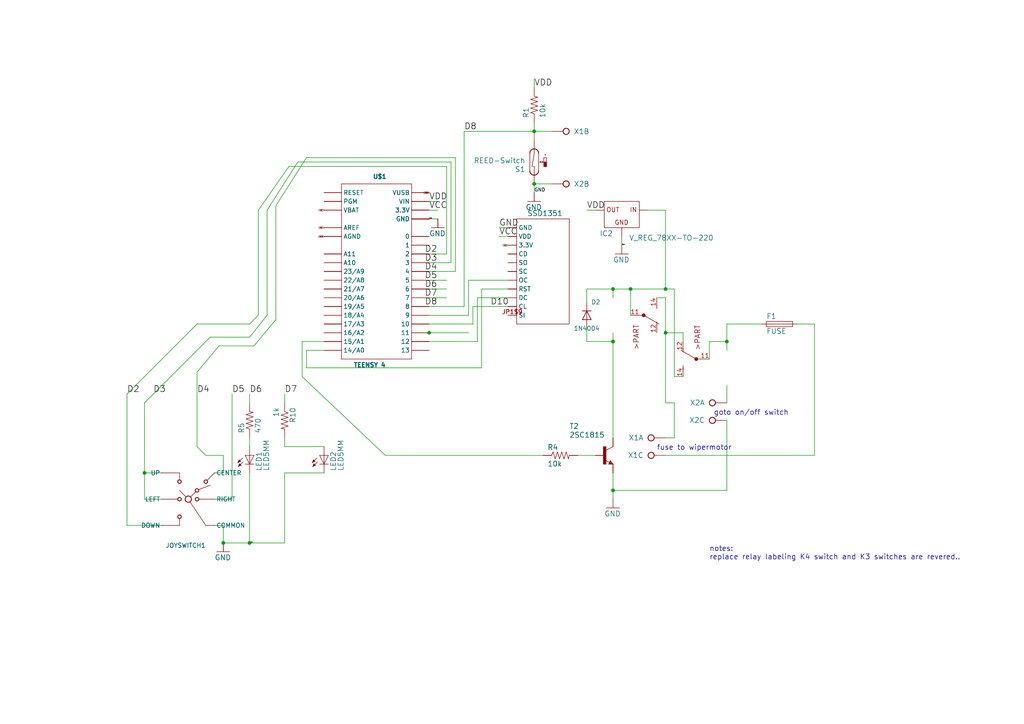
<source format=kicad_sch>
(kicad_sch (version 20200714) (host eeschema "5.99.0-unknown-bcb29b6~89~ubuntu20.04.1")
  (page 1 1)
  (paper "A4")
  (title_block (date "2020-07-20") (rev "v2.0-1"))
  (lib_symbols
    (symbol "Diode:1N4004" (pin_numbers hide) (pin_names hide)
      (property "Reference" "D" (at 0 2.54 0))
      (property "Value" "1N4004" (at 0 -2.54 0))
      (symbol "1N4004_0_1"
        (polyline (pts (xy -1.27 1.27) (xy -1.27 -1.27)) (stroke (width 0.2032)))
        (polyline (pts (xy 1.27 0) (xy -1.27 0)))
        (polyline (pts (xy 1.27 1.27) (xy 1.27 -1.27) (xy -1.27 0) (xy 1.27 1.27)) (stroke (width 0.2032)))
      )
      (symbol "1N4004_1_1"
        (pin passive line (at -3.81 0 0) (length 2.54) (name "K") (number "1"))
        (pin passive line (at 3.81 0 180) (length 2.54) (name "A") (number "2"))
      )
    )
    (symbol "import-from-eagle-rescue:2SC1815-bGeigieNanoKit_V1.1r5a-eagle-import"
      (property "Reference" "T" (at -10.16 7.62 0))
      (property "Value" "2SC1815-bGeigieNanoKit_V1.1r5a-eagle-import" (at -10.16 5.08 0))
      (symbol "2SC1815-bGeigieNanoKit_V1.1r5a-eagle-import_1_0"
        (rectangle (start -0.254 -2.54) (end 0.508 2.54) (fill (type outline)))
        (polyline (pts (xy 1.27 -2.54) (xy 1.778 -1.524)))
        (polyline (pts (xy 1.524 -2.413) (xy 2.286 -2.413)))
        (polyline (pts (xy 1.524 -2.286) (xy 1.905 -2.286)))
        (polyline (pts (xy 1.524 -2.032) (xy 0.3048 -1.4224)))
        (polyline (pts (xy 1.778 -1.778) (xy 1.524 -2.286)))
        (polyline (pts (xy 1.778 -1.524) (xy 2.54 -2.54)))
        (polyline (pts (xy 1.905 -2.286) (xy 1.778 -2.032)))
        (polyline (pts (xy 2.286 -2.413) (xy 1.778 -1.778)))
        (polyline (pts (xy 2.54 -2.54) (xy 1.27 -2.54)))
        (polyline (pts (xy 2.54 2.54) (xy 0.508 1.524)))
        (pin passive line (at -2.54 0 0) (length 2.54) (name "B") (number "B"))
        (pin passive line (at 2.54 5.08 270) (length 2.54) (name "C") (number "C"))
        (pin passive line (at 2.54 -5.08 90) (length 2.54) (name "E") (number "E"))
      )
    )
    (symbol "import-from-eagle-rescue:FUSEBLANK_5X20MM-bGeigieNanoKit_V1.1r5a-eagle-import"
      (property "Reference" "F" (at -3.81 1.397 0))
      (property "Value" "FUSEBLANK_5X20MM-bGeigieNanoKit_V1.1r5a-eagle-import" (at -3.81 -2.921 0))
      (symbol "FUSEBLANK_5X20MM-bGeigieNanoKit_V1.1r5a-eagle-import_1_0"
        (polyline (pts (xy -3.81 -0.762) (xy 3.81 -0.762)))
        (polyline (pts (xy -3.81 0.762) (xy -3.81 -0.762)))
        (polyline (pts (xy -2.54 0) (xy 2.54 0)))
        (polyline (pts (xy 3.81 -0.762) (xy 3.81 0.762)))
        (polyline (pts (xy 3.81 0.762) (xy -3.81 0.762)))
        (pin passive line (at -5.08 0 0) (length 2.54) (name "1") (number "1"))
        (pin passive line (at 5.08 0 180) (length 2.54) (name "2") (number "2"))
      )
    )
    (symbol "import-from-eagle-rescue:GND-bGeigieNanoKit_V1.1r5a-eagle-import" (power)
      (property "Value" "GND-bGeigieNanoKit_V1.1r5a-eagle-import" (at -2.54 -2.54 0))
      (symbol "GND-bGeigieNanoKit_V1.1r5a-eagle-import_1_0"
        (polyline (pts (xy -1.905 0) (xy 1.905 0)))
        (pin power_in line (at 0 2.54 270) (length 2.54) (name "GND") (number "1"))
      )
    )
    (symbol "import-from-eagle-rescue:LED5MM-bGeigieNanoKit_V1.1r5a-eagle-import"
      (property "Reference" "LED" (at 3.556 -4.572 90))
      (property "Value" "LED5MM-bGeigieNanoKit_V1.1r5a-eagle-import" (at 5.715 -4.572 90))
      (symbol "LED5MM-bGeigieNanoKit_V1.1r5a-eagle-import_1_0"
        (polyline (pts (xy -2.032 -0.762) (xy -3.429 -2.159)))
        (polyline (pts (xy -1.905 -1.905) (xy -3.302 -3.302)))
        (polyline (pts (xy 0 -2.54) (xy -1.27 -2.54)))
        (polyline (pts (xy 0 -2.54) (xy -1.27 0)))
        (polyline (pts (xy 0 0) (xy -1.27 0)))
        (polyline (pts (xy 0 0) (xy 0 -2.54)))
        (polyline (pts (xy 1.27 -2.54) (xy 0 -2.54)))
        (polyline (pts (xy 1.27 0) (xy 0 -2.54)))
        (polyline (pts (xy 1.27 0) (xy 0 0)))
        (polyline (pts (xy -3.429 -2.159) (xy -3.048 -1.27) (xy -2.54 -1.778)) (fill (type outline)))
        (polyline (pts (xy -3.302 -3.302) (xy -2.921 -2.413) (xy -2.413 -2.921)) (fill (type outline)))
        (pin passive line (at 0 2.54 270) (length 2.54) (name "A") (number "A"))
        (pin passive line (at 0 -5.08 90) (length 2.54) (name "C") (number "K"))
      )
    )
    (symbol "import-from-eagle-rescue:REED-SWITCH-CT10-A2-bGeigieNanoKit_V1.1r5a-eagle-import"
      (property "Reference" "S" (at 2.54 2.54 0))
      (property "Value" "REED-SWITCH-CT10-A2-bGeigieNanoKit_V1.1r5a-eagle-import" (at 2.54 0 0))
      (symbol "REED-SWITCH-CT10-A2-bGeigieNanoKit_V1.1r5a-eagle-import_1_0"
        (arc (start -1.27 -1.27) (end 1.27 -1.27) (radius (at 0 -1.27) (length 1.27) (angles -179.9 -0.1)) (stroke (width 0.254)))
        (arc (start 1.27 3.81) (end -1.27 3.81) (radius (at 0 3.81) (length 1.27) (angles 0.1 179.9)) (stroke (width 0.254)))
        (text "N" (at -3.429 2.794 0) (effects (font (size 0.3302 0.3302)) (justify left bottom)))
        (text "S" (at -3.429 -0.635 0) (effects (font (size 0.3302 0.3302)) (justify left bottom)))
        (rectangle (start -3.556 1.27) (end -2.794 2.54) (fill (type outline)))
        (polyline (pts (xy -3.556 0) (xy -3.556 2.54)))
        (polyline (pts (xy -3.556 2.54) (xy -2.794 2.54)))
        (polyline (pts (xy -2.794 0) (xy -3.556 0)))
        (polyline (pts (xy -2.794 2.54) (xy -2.794 0)))
        (polyline (pts (xy -2.54 1.27) (xy -1.651 1.27)))
        (polyline (pts (xy -2.286 1.016) (xy -2.54 1.27)))
        (polyline (pts (xy -2.286 1.524) (xy -2.54 1.27)))
        (polyline (pts (xy -1.651 1.27) (xy -1.905 1.016)))
        (polyline (pts (xy -1.651 1.27) (xy -1.905 1.524)))
        (polyline (pts (xy -1.27 3.81) (xy -1.27 -1.27)))
        (polyline (pts (xy 0 -2.54) (xy 0 -1.27)))
        (polyline (pts (xy 0 -1.27) (xy 0.635 2.667)))
        (polyline (pts (xy 0 2.54) (xy 0 5.08)))
        (polyline (pts (xy 0.254 2.54) (xy 0 2.54)))
        (polyline (pts (xy 1.27 -1.27) (xy 1.27 3.81)))
        (pin passive line (at 0 7.62 270) (length 2.54) (name "1") (number "1"))
        (pin passive line (at 0 -5.08 90) (length 2.54) (name "2") (number "2"))
      )
    )
    (symbol "import-from-eagle-rescue:RESISTOREZ-bGeigieNanoKit_V1.1r5a-eagle-import"
      (property "Reference" "R" (at -3.81 1.4986 0))
      (property "Value" "RESISTOREZ-bGeigieNanoKit_V1.1r5a-eagle-import" (at -3.81 -3.302 0))
      (symbol "RESISTOREZ-bGeigieNanoKit_V1.1r5a-eagle-import_1_0"
        (polyline (pts (xy -2.54 0) (xy -2.159 1.016)))
        (polyline (pts (xy -2.159 1.016) (xy -1.524 -1.016)))
        (polyline (pts (xy -1.524 -1.016) (xy -0.889 1.016)))
        (polyline (pts (xy -0.889 1.016) (xy -0.254 -1.016)))
        (polyline (pts (xy -0.254 -1.016) (xy 0.381 1.016)))
        (polyline (pts (xy 0.381 1.016) (xy 1.016 -1.016)))
        (polyline (pts (xy 1.016 -1.016) (xy 1.651 1.016)))
        (polyline (pts (xy 1.651 1.016) (xy 2.286 -1.016)))
        (polyline (pts (xy 2.286 -1.016) (xy 2.54 0)))
        (pin passive line (at -5.08 0 0) (length 2.54) (name "1") (number "P$1"))
        (pin passive line (at 5.08 0 180) (length 2.54) (name "2") (number "P$2"))
      )
    )
    (symbol "import-from-eagle-rescue:SKQUAAA010-bGeigieNanoKit_V1.1r5a-eagle-import"
      (symbol "SKQUAAA010-bGeigieNanoKit_V1.1r5a-eagle-import_1_0"
        (circle (center -2.54 -5.08) (radius 0.508) (stroke (width 0.254)))
        (circle (center -2.54 0) (radius 0.508) (stroke (width 0.254)))
        (circle (center -2.54 5.08) (radius 0.508) (stroke (width 0.254)))
        (circle (center 0 0) (radius 0.9144) (stroke (width 0.254)))
        (circle (center 2.54 0) (radius 0.508) (stroke (width 0.254)))
        (circle (center 2.54 2.54) (radius 0.508) (stroke (width 0.254)))
        (circle (center 5.08 5.08) (radius 0.508) (stroke (width 0.254)))
        (polyline (pts (xy -7.62 -7.62) (xy -2.54 -7.62)))
        (polyline (pts (xy -7.62 0) (xy -3.048 0)))
        (polyline (pts (xy -7.62 7.62) (xy -2.54 7.62)))
        (polyline (pts (xy -2.54 -5.588) (xy -2.54 -7.62)))
        (polyline (pts (xy -2.54 7.62) (xy -2.54 5.588)))
        (polyline (pts (xy -0.762 0.762) (xy -2.54 2.54)))
        (polyline (pts (xy 0.508 -0.762) (xy 5.08 -7.62)))
        (polyline (pts (xy 2.032 2.032) (xy 0.762 0.762)))
        (polyline (pts (xy 3.048 2.794) (xy 6.35 4.064)))
        (polyline (pts (xy 5.588 5.588) (xy 7.62 7.62)))
        (polyline (pts (xy 7.62 -7.62) (xy 5.08 -7.62)))
        (polyline (pts (xy 7.62 0) (xy 3.048 0)))
        (pin passive line (at 7.62 7.62 0) (length 0) (name "CENTER") (number "CENTER"))
        (pin power_in line (at 7.62 -7.62 0) (length 0) (name "COMMON") (number "COMMON"))
        (pin passive line (at -7.62 -7.62 180) (length 0) (name "DOWN") (number "DOWN"))
        (pin passive line (at -7.62 0 180) (length 0) (name "LEFT") (number "LEFT"))
        (pin passive line (at 7.62 0 0) (length 0) (name "RIGHT") (number "RIGHT"))
        (pin passive line (at -7.62 7.62 180) (length 0) (name "UP") (number "UP"))
      )
    )
    (symbol "import-from-eagle-rescue:SNR?0-bGeigieNanoKit_V1.1r5a-eagle-import"
      (symbol "SNR?0-bGeigieNanoKit_V1.1r5a-eagle-import_2_0"
        (circle (center 0 1.27) (radius 0.127) (stroke (width 0.4064)))
        (text ">PART" (at 2.54 0 0) (effects (font (size 1.4986 1.4986)) (justify left bottom)))
        (polyline (pts (xy -3.175 5.08) (xy -1.905 5.08)))
        (polyline (pts (xy 0 1.27) (xy 0 0)))
        (polyline (pts (xy 0 1.27) (xy 2.54 5.715)))
        (polyline (pts (xy 3.175 5.08) (xy 1.905 5.08)))
        (pin passive line (at 0 -2.54 90) (length 2.54) (name "P") (number "11"))
        (pin passive line (at 5.08 5.08 180) (length 2.54) (name "O") (number "12"))
        (pin passive line (at -5.08 5.08 0) (length 2.54) (name "S") (number "14"))
      )
      (symbol "SNR?0-bGeigieNanoKit_V1.1r5a-eagle-import_1_0"
        (text ">PART" (at 1.27 5.08 0) (effects (font (size 1.4986 1.4986)) (justify left bottom)))
        (polyline (pts (xy -3.81 -1.905) (xy -1.905 -1.905)))
        (polyline (pts (xy -3.81 1.905) (xy -3.81 -1.905)))
        (polyline (pts (xy -1.905 -1.905) (xy 0 -1.905)))
        (polyline (pts (xy -1.905 -1.905) (xy 1.905 1.905)))
        (polyline (pts (xy 0 -2.54) (xy 0 -1.905)))
        (polyline (pts (xy 0 -1.905) (xy 3.81 -1.905)))
        (polyline (pts (xy 0 1.905) (xy -3.81 1.905)))
        (polyline (pts (xy 0 2.54) (xy 0 1.905)))
        (polyline (pts (xy 1.905 1.905) (xy 0 1.905)))
        (polyline (pts (xy 3.81 -1.905) (xy 3.81 1.905)))
        (polyline (pts (xy 3.81 1.905) (xy 1.905 1.905)))
        (pin passive line (at 0 5.08 270) (length 2.54) (name "1") (number "A1"))
        (pin passive line (at 0 -5.08 90) (length 2.54) (name "2") (number "A2"))
      )
    )
    (symbol "import-from-eagle-rescue:SSD1351_128X128_LCD-bGeigieNanoKit_V1.1r5a-eagle-import"
      (property "Value" "SSD1351_128X128_LCD-bGeigieNanoKit_V1.1r5a-eagle-import" (at -9.906 -12.7 0))
      (symbol "SSD1351_128X128_LCD-bGeigieNanoKit_V1.1r5a-eagle-import_1_0"
        (polyline (pts (xy -12.7 -10.16) (xy -12.7 20.32)))
        (polyline (pts (xy -12.7 20.32) (xy 2.54 20.32)))
        (polyline (pts (xy 2.54 -10.16) (xy -12.7 -10.16)))
        (polyline (pts (xy 2.54 20.32) (xy 2.54 -10.16)))
        (pin unspecified line (at -15.24 0 0) (length 2.54) (name "RST") (number "JP1$1"))
        (pin unspecified line (at -15.24 -5.08 0) (length 2.54) (name "CL") (number "JP1$10"))
        (pin unspecified line (at -15.24 -2.54 0) (length 2.54) (name "DC") (number "JP1$11"))
        (pin unspecified line (at -15.24 2.54 0) (length 2.54) (name "OC") (number "JP1$2"))
        (pin input line (at -15.24 5.08 0) (length 2.54) (name "SC") (number "JP1$3"))
        (pin input line (at -15.24 7.62 0) (length 2.54) (name "SO") (number "JP1$4"))
        (pin input line (at -15.24 10.16 0) (length 2.54) (name "CD") (number "JP1$5"))
        (pin power_in line (at -15.24 12.7 0) (length 2.54) (name "3.3V") (number "JP1$6"))
        (pin power_in line (at -15.24 15.24 0) (length 2.54) (name "VDD") (number "JP1$7"))
        (pin power_in line (at -15.24 17.78 0) (length 2.54) (name "GND") (number "JP1$8"))
        (pin unspecified line (at -15.24 -7.62 0) (length 2.54) (name "SI") (number "JP1$9"))
      )
    )
    (symbol "import-from-eagle-rescue:TEENSY_3.0+4-bGeigieNanoKit_V1.1r5a-eagle-import"
      (property "Value" "TEENSY_3.0+4-bGeigieNanoKit_V1.1r5a-eagle-import" (at -2.794 -27.94 0))
      (symbol "TEENSY_3.0+4-bGeigieNanoKit_V1.1r5a-eagle-import_1_0"
        (polyline (pts (xy -10.16 -25.4) (xy 10.16 -25.4)))
        (polyline (pts (xy -10.16 25.4) (xy -10.16 -25.4)))
        (polyline (pts (xy 10.16 -25.4) (xy 10.16 25.4)))
        (polyline (pts (xy 10.16 25.4) (xy -10.16 25.4)))
        (pin unspecified line (at -15.24 10.16 0) (length 5.08) (name "0") (number "0"))
        (pin unspecified line (at -15.24 7.62 0) (length 5.08) (name "1") (number "1"))
        (pin unspecified line (at -15.24 -15.24 0) (length 5.08) (name "10") (number "10"))
        (pin unspecified line (at -15.24 -17.78 0) (length 5.08) (name "11") (number "11"))
        (pin unspecified line (at -15.24 -20.32 0) (length 5.08) (name "12") (number "12"))
        (pin unspecified line (at -15.24 -22.86 0) (length 5.08) (name "13") (number "13"))
        (pin unspecified line (at 15.24 -22.86 180) (length 5.08) (name "14/A0") (number "14/A0"))
        (pin unspecified line (at 15.24 -20.32 180) (length 5.08) (name "15/A1") (number "15/A1"))
        (pin unspecified line (at 15.24 -17.78 180) (length 5.08) (name "16/A2") (number "16/A2"))
        (pin unspecified line (at 15.24 -15.24 180) (length 5.08) (name "17/A3") (number "17/A3"))
        (pin unspecified line (at 15.24 -12.7 180) (length 5.08) (name "18/A4") (number "18/A4"))
        (pin unspecified line (at 15.24 -10.16 180) (length 5.08) (name "19/A5") (number "19/A5"))
        (pin unspecified line (at -15.24 5.08 0) (length 5.08) (name "2") (number "2"))
        (pin unspecified line (at 15.24 -7.62 180) (length 5.08) (name "20/A6") (number "20/A6"))
        (pin unspecified line (at 15.24 -5.08 180) (length 5.08) (name "21/A7") (number "21/A7"))
        (pin unspecified line (at 15.24 -2.54 180) (length 5.08) (name "22/A8") (number "22/A8"))
        (pin unspecified line (at 15.24 0 180) (length 5.08) (name "23/A9") (number "23/A9"))
        (pin unspecified line (at -15.24 2.54 0) (length 5.08) (name "3") (number "3"))
        (pin power_in line (at -15.24 17.78 0) (length 5.08) (name "3.3V") (number "3.3V"))
        (pin power_in line (at -15.24 17.78 0) (length 5.08) (name "3.3V") (number "3.3V1"))
        (pin unspecified line (at -15.24 0 0) (length 5.08) (name "4") (number "4"))
        (pin unspecified line (at -15.24 -2.54 0) (length 5.08) (name "5") (number "5"))
        (pin unspecified line (at -15.24 -5.08 0) (length 5.08) (name "6") (number "6"))
        (pin unspecified line (at -15.24 -7.62 0) (length 5.08) (name "7") (number "7"))
        (pin unspecified line (at -15.24 -10.16 0) (length 5.08) (name "8") (number "8"))
        (pin unspecified line (at -15.24 -12.7 0) (length 5.08) (name "9") (number "9"))
        (pin unspecified line (at 15.24 2.54 180) (length 5.08) (name "A10") (number "A10"))
        (pin unspecified line (at 15.24 5.08 180) (length 5.08) (name "A11") (number "A11"))
        (pin power_in line (at 15.24 10.16 180) (length 5.08) (name "AGND") (number "AGND"))
        (pin power_in line (at 15.24 12.7 180) (length 5.08) (name "AREF") (number "AREF"))
        (pin power_in line (at -15.24 15.24 0) (length 5.08) (name "GND") (number "GND"))
        (pin power_in line (at -15.24 15.24 0) (length 5.08) (name "GND") (number "GND1"))
        (pin unspecified line (at 15.24 20.32 180) (length 5.08) (name "PGM") (number "PGM"))
        (pin unspecified line (at 15.24 22.86 180) (length 5.08) (name "RESET") (number "RESET"))
        (pin power_in line (at 15.24 17.78 180) (length 5.08) (name "VBAT") (number "VBAT"))
        (pin power_in line (at -15.24 20.32 0) (length 5.08) (name "VIN") (number "VIN"))
        (pin power_in line (at -15.24 22.86 0) (length 5.08) (name "VUSB") (number "VUSB"))
      )
    )
    (symbol "import-from-eagle-rescue:V_REG_78XX-TO-220-bGeigieNanoKit_V1.1r5a-eagle-import"
      (property "Reference" "IC" (at 2.54 -7.62 0))
      (property "Value" "V_REG_78XX-TO-220-bGeigieNanoKit_V1.1r5a-eagle-import" (at 2.54 -10.16 0))
      (symbol "V_REG_78XX-TO-220-bGeigieNanoKit_V1.1r5a-eagle-import_1_0"
        (text "GND" (at -2.032 -4.318 0) (effects (font (size 1.2954 1.2954)) (justify left bottom)))
        (text "IN" (at -4.445 -0.635 0) (effects (font (size 1.2954 1.2954)) (justify left bottom)))
        (text "OUT" (at 0.635 -0.635 0) (effects (font (size 1.2954 1.2954)) (justify left bottom)))
        (polyline (pts (xy -5.08 -5.08) (xy 5.08 -5.08)))
        (polyline (pts (xy -5.08 2.54) (xy -5.08 -5.08)))
        (polyline (pts (xy 5.08 -5.08) (xy 5.08 2.54)))
        (polyline (pts (xy 5.08 2.54) (xy -5.08 2.54)))
        (pin input line (at 0 -7.62 90) (length 2.54) (name "GND") (number "GND"))
        (pin input line (at -7.62 0 0) (length 2.54) (name "IN") (number "IN"))
        (pin output line (at 7.62 0 180) (length 2.54) (name "OUT") (number "OUT"))
      )
    )
    (symbol "import-from-eagle-rescue:W237-3E-bGeigieNanoKit_V1.1r5a-eagle-import"
      (property "Reference" "X" (at -1.27 0.889 0))
      (property "Value" "W237-3E-bGeigieNanoKit_V1.1r5a-eagle-import" (at 0 2.54 0))
      (symbol "W237-3E-bGeigieNanoKit_V1.1r5a-eagle-import_1_0"
        (circle (center 0.889 0) (radius 0.889) (stroke (width 0.254)))
        (polyline (pts (xy 1.778 0) (xy 2.54 0)))
        (pin passive line (at 5.08 0 180) (length 2.54) (name "KL") (number "1"))
      )
      (symbol "W237-3E-bGeigieNanoKit_V1.1r5a-eagle-import_2_0"
        (circle (center 0.889 0) (radius 0.889) (stroke (width 0.254)))
        (polyline (pts (xy 1.778 0) (xy 2.54 0)))
        (pin passive line (at 5.08 0 180) (length 2.54) (name "KL") (number "2"))
      )
      (symbol "W237-3E-bGeigieNanoKit_V1.1r5a-eagle-import_3_0"
        (circle (center 0.889 0) (radius 0.889) (stroke (width 0.254)))
        (polyline (pts (xy 1.778 0) (xy 2.54 0)))
        (pin passive line (at 5.08 0 180) (length 2.54) (name "KL") (number "3"))
      )
    )
  )
  (junction (at 41.91 137.16))
  (junction (at 64.77 157.48))
  (junction (at 72.39 157.48))
  (junction (at 124.46 96.52))
  (junction (at 154.94 38.1))
  (junction (at 154.94 53.34))
  (junction (at 177.8 83.82))
  (junction (at 177.8 99.06))
  (junction (at 177.8 142.24))
  (junction (at 182.88 83.82))
  (junction (at 193.04 83.82))
  (junction (at 193.04 96.52))
  (junction (at 210.82 99.06))
  (wire (pts (xy 36.83 114.3) (xy 36.83 152.4)))
  (wire (pts (xy 36.83 152.4) (xy 46.99 152.4)))
  (wire (pts (xy 41.91 116.84) (xy 41.91 137.16)))
  (wire (pts (xy 41.91 116.84) (xy 60.96 97.79)))
  (wire (pts (xy 41.91 137.16) (xy 41.91 144.78)))
  (wire (pts (xy 41.91 137.16) (xy 46.99 137.16)))
  (wire (pts (xy 41.91 144.78) (xy 46.99 144.78)))
  (wire (pts (xy 57.15 93.98) (xy 36.83 114.3)))
  (wire (pts (xy 57.15 107.95) (xy 57.15 129.54)))
  (wire (pts (xy 57.15 129.54) (xy 59.69 132.08)))
  (wire (pts (xy 59.69 132.08) (xy 64.77 132.08)))
  (wire (pts (xy 62.23 137.16) (xy 64.77 137.16)))
  (wire (pts (xy 62.23 144.78) (xy 67.31 144.78)))
  (wire (pts (xy 62.23 152.4) (xy 64.77 152.4)))
  (wire (pts (xy 63.5 100.33) (xy 57.15 107.95)))
  (wire (pts (xy 64.77 132.08) (xy 64.77 137.16)))
  (wire (pts (xy 64.77 152.4) (xy 64.77 157.48)))
  (wire (pts (xy 67.31 114.3) (xy 67.31 144.78)))
  (wire (pts (xy 72.39 93.98) (xy 57.15 93.98)))
  (wire (pts (xy 72.39 97.79) (xy 60.96 97.79)))
  (wire (pts (xy 72.39 114.3) (xy 72.39 116.84)))
  (wire (pts (xy 72.39 127) (xy 72.39 129.54)))
  (wire (pts (xy 72.39 157.48) (xy 64.77 157.48)))
  (wire (pts (xy 72.39 157.48) (xy 72.39 137.16)))
  (wire (pts (xy 72.39 157.48) (xy 82.55 157.48)))
  (wire (pts (xy 73.66 100.33) (xy 63.5 100.33)))
  (wire (pts (xy 73.66 100.33) (xy 80.01 92.71)))
  (wire (pts (xy 74.93 60.96) (xy 74.93 91.44)))
  (wire (pts (xy 74.93 91.44) (xy 72.39 93.98)))
  (wire (pts (xy 77.47 60.96) (xy 86.36 46.99)))
  (wire (pts (xy 77.47 91.44) (xy 72.39 97.79)))
  (wire (pts (xy 77.47 91.44) (xy 77.47 60.96)))
  (wire (pts (xy 80.01 59.69) (xy 88.9 45.72)))
  (wire (pts (xy 80.01 92.71) (xy 80.01 59.69)))
  (wire (pts (xy 82.55 116.84) (xy 82.55 114.3)))
  (wire (pts (xy 82.55 129.54) (xy 82.55 127)))
  (wire (pts (xy 82.55 129.54) (xy 93.98 129.54)))
  (wire (pts (xy 82.55 137.16) (xy 93.98 137.16)))
  (wire (pts (xy 82.55 157.48) (xy 82.55 137.16)))
  (wire (pts (xy 83.82 48.26) (xy 74.93 60.96)))
  (wire (pts (xy 86.36 46.99) (xy 130.81 46.99)))
  (wire (pts (xy 87.63 99.06) (xy 87.63 109.22)))
  (wire (pts (xy 87.63 109.22) (xy 111.76 132.08)))
  (wire (pts (xy 88.9 45.72) (xy 132.08 45.72)))
  (wire (pts (xy 88.9 106.68) (xy 88.9 101.6)))
  (wire (pts (xy 93.98 99.06) (xy 87.63 99.06)))
  (wire (pts (xy 93.98 101.6) (xy 88.9 101.6)))
  (wire (pts (xy 111.76 132.08) (xy 157.48 132.08)))
  (wire (pts (xy 120.65 96.52) (xy 124.46 96.52)))
  (wire (pts (xy 124.46 58.42) (xy 127 58.42)))
  (wire (pts (xy 124.46 60.96) (xy 127 60.96)))
  (wire (pts (xy 124.46 63.5) (xy 127 63.5)))
  (wire (pts (xy 124.46 73.66) (xy 129.54 73.66)))
  (wire (pts (xy 124.46 76.2) (xy 130.81 76.2)))
  (wire (pts (xy 124.46 78.74) (xy 132.08 78.74)))
  (wire (pts (xy 124.46 88.9) (xy 134.62 88.9)))
  (wire (pts (xy 124.46 99.06) (xy 138.43 99.06)))
  (wire (pts (xy 129.54 48.26) (xy 83.82 48.26)))
  (wire (pts (xy 129.54 73.66) (xy 129.54 48.26)))
  (wire (pts (xy 129.54 81.28) (xy 124.46 81.28)))
  (wire (pts (xy 129.54 83.82) (xy 124.46 83.82)))
  (wire (pts (xy 129.54 86.36) (xy 124.46 86.36)))
  (wire (pts (xy 130.81 76.2) (xy 130.81 46.99)))
  (wire (pts (xy 132.08 78.74) (xy 132.08 45.72)))
  (wire (pts (xy 134.62 38.1) (xy 154.94 38.1)))
  (wire (pts (xy 134.62 88.9) (xy 134.62 38.1)))
  (wire (pts (xy 135.89 81.28) (xy 135.89 91.44)))
  (wire (pts (xy 135.89 81.28) (xy 147.32 81.28)))
  (wire (pts (xy 135.89 91.44) (xy 124.46 91.44)))
  (wire (pts (xy 135.89 96.52) (xy 124.46 96.52)))
  (wire (pts (xy 137.16 88.9) (xy 137.16 93.98)))
  (wire (pts (xy 137.16 88.9) (xy 147.32 88.9)))
  (wire (pts (xy 137.16 93.98) (xy 124.46 93.98)))
  (wire (pts (xy 138.43 86.36) (xy 138.43 99.06)))
  (wire (pts (xy 138.43 86.36) (xy 147.32 86.36)))
  (wire (pts (xy 139.7 83.82) (xy 139.7 106.68)))
  (wire (pts (xy 139.7 83.82) (xy 147.32 83.82)))
  (wire (pts (xy 139.7 106.68) (xy 88.9 106.68)))
  (wire (pts (xy 144.78 66.04) (xy 147.32 66.04)))
  (wire (pts (xy 144.78 68.58) (xy 147.32 68.58)))
  (wire (pts (xy 154.94 25.4) (xy 154.94 22.86)))
  (wire (pts (xy 154.94 35.56) (xy 154.94 38.1)))
  (wire (pts (xy 154.94 38.1) (xy 154.94 40.64)))
  (wire (pts (xy 154.94 55.88) (xy 154.94 53.34)))
  (wire (pts (xy 160.02 38.1) (xy 154.94 38.1)))
  (wire (pts (xy 160.02 53.34) (xy 154.94 53.34)))
  (wire (pts (xy 167.64 132.08) (xy 172.72 132.08)))
  (wire (pts (xy 170.18 83.82) (xy 177.8 83.82)))
  (wire (pts (xy 170.18 87.63) (xy 170.18 83.82)))
  (wire (pts (xy 170.18 95.25) (xy 170.18 99.06)))
  (wire (pts (xy 170.18 99.06) (xy 177.8 99.06)))
  (wire (pts (xy 172.72 60.96) (xy 170.18 60.96)))
  (wire (pts (xy 177.8 83.82) (xy 182.88 83.82)))
  (wire (pts (xy 177.8 86.36) (xy 177.8 83.82)))
  (wire (pts (xy 177.8 96.52) (xy 177.8 99.06)))
  (wire (pts (xy 177.8 99.06) (xy 177.8 127)))
  (wire (pts (xy 177.8 142.24) (xy 177.8 137.16)))
  (wire (pts (xy 177.8 142.24) (xy 177.8 144.78)))
  (wire (pts (xy 177.8 142.24) (xy 210.82 142.24)))
  (wire (pts (xy 180.34 71.12) (xy 180.34 68.58)))
  (wire (pts (xy 182.88 83.82) (xy 182.88 91.44)))
  (wire (pts (xy 182.88 83.82) (xy 193.04 83.82)))
  (wire (pts (xy 190.5 86.36) (xy 193.04 86.36)))
  (wire (pts (xy 193.04 60.96) (xy 187.96 60.96)))
  (wire (pts (xy 193.04 60.96) (xy 193.04 83.82)))
  (wire (pts (xy 193.04 83.82) (xy 195.58 83.82)))
  (wire (pts (xy 193.04 86.36) (xy 193.04 96.52)))
  (wire (pts (xy 193.04 96.52) (xy 193.04 116.84)))
  (wire (pts (xy 193.04 116.84) (xy 195.58 116.84)))
  (wire (pts (xy 193.04 127) (xy 195.58 127)))
  (wire (pts (xy 193.04 132.08) (xy 236.22 132.08)))
  (wire (pts (xy 195.58 109.22) (xy 195.58 83.82)))
  (wire (pts (xy 195.58 116.84) (xy 195.58 127)))
  (wire (pts (xy 198.12 96.52) (xy 193.04 96.52)))
  (wire (pts (xy 198.12 99.06) (xy 198.12 96.52)))
  (wire (pts (xy 198.12 109.22) (xy 195.58 109.22)))
  (wire (pts (xy 205.74 99.06) (xy 210.82 99.06)))
  (wire (pts (xy 205.74 104.14) (xy 205.74 99.06)))
  (wire (pts (xy 210.82 93.98) (xy 210.82 99.06)))
  (wire (pts (xy 210.82 99.06) (xy 210.82 101.6)))
  (wire (pts (xy 210.82 116.84) (xy 210.82 111.76)))
  (wire (pts (xy 210.82 142.24) (xy 210.82 121.92)))
  (wire (pts (xy 220.98 93.98) (xy 210.82 93.98)))
  (wire (pts (xy 236.22 93.98) (xy 231.14 93.98)))
  (wire (pts (xy 236.22 132.08) (xy 236.22 93.98)))
  (text "fuse to wipermotor" (at 190.5 130.81 0) (effects (font (size 1.4986 1.4986)) (justify left bottom)))
  (text "notes:\nreplace relay labeling K4 switch and K3 switches are revered.." (at 205.74 162.56 0) (effects (font (size 1.4986 1.4986)) (justify left bottom)))
  (text "goto on/off switch" (at 207.01 120.65 0) (effects (font (size 1.4986 1.4986)) (justify left bottom)))
  (label "D2" (at 36.83 114.3 0) (effects (font (size 1.778 1.778))))
  (label "D3" (at 44.45 114.3 0) (effects (font (size 1.778 1.778))))
  (label "D4" (at 57.15 114.3 0) (effects (font (size 1.778 1.778))))
  (label "D5" (at 67.31 114.3 0) (effects (font (size 1.778 1.778))))
  (label "D6" (at 72.39 114.3 0) (effects (font (size 1.778 1.778))))
  (label "GND" (at 72.39 157.48 0) (effects (font (size 0.254 0.254))))
  (label "D7" (at 82.55 114.3 0) (effects (font (size 1.778 1.778))))
  (label "D2" (at 123.19 73.66 0) (effects (font (size 1.778 1.778))))
  (label "D3" (at 123.19 76.2 0) (effects (font (size 1.778 1.778))))
  (label "D4" (at 123.19 78.74 0) (effects (font (size 1.778 1.778))))
  (label "D5" (at 123.19 81.28 0) (effects (font (size 1.778 1.778))))
  (label "D6" (at 123.19 83.82 0) (effects (font (size 1.778 1.778))))
  (label "D7" (at 123.19 86.36 0) (effects (font (size 1.778 1.778))))
  (label "D8" (at 123.19 88.9 0) (effects (font (size 1.778 1.778))))
  (label "VDD" (at 124.46 58.42 0) (effects (font (size 1.778 1.778))))
  (label "VCC" (at 124.46 60.96 0) (effects (font (size 1.778 1.778))))
  (label "GND" (at 124.46 63.5 0) (effects (font (size 0.254 0.254))))
  (label "D8" (at 134.62 38.1 0) (effects (font (size 1.778 1.778))))
  (label "D10" (at 142.24 88.9 0) (effects (font (size 1.778 1.778))))
  (label "GND" (at 144.78 66.04 0) (effects (font (size 1.778 1.778))))
  (label "VCC" (at 144.78 68.58 0) (effects (font (size 1.778 1.778))))
  (label "VDD" (at 154.94 25.4 0) (effects (font (size 1.778 1.778))))
  (label "GND" (at 154.94 55.88 0) (effects (font (size 1 1))))
  (label "VDD" (at 170.18 60.96 0) (effects (font (size 1.778 1.778))))
  (label "GND" (at 180.34 71.12 0) (effects (font (size 0.254 0.254))))
  (global_label "VBAT" (shape bidirectional) (at 93.98 60.96 180) (effects (font (size 0.254 0.254))))
  (global_label "AREF" (shape bidirectional) (at 93.98 66.04 180) (effects (font (size 0.254 0.254))))
  (global_label "AGND" (shape bidirectional) (at 93.98 68.58 180) (effects (font (size 0.254 0.254))))
  (global_label "VUSB" (shape bidirectional) (at 124.46 55.88 180) (effects (font (size 0.254 0.254))))
  (global_label "3.3V" (shape bidirectional) (at 147.32 71.12 180) (effects (font (size 0.254 0.254))))
  (symbol (lib_id "import-from-eagle-rescue:W237-3E-bGeigieNanoKit_V1.1r5a-eagle-import") (at 165.1 38.1 180) (unit 2)
    (property "Reference" "X1" (at 166.37 38.989 0) (effects (font (size 1.4986 1.4986)) (justify right top)))
    (property "Value" "W237-3E" (effects hide))
    (property "Footprint" "W237-3E" (effects hide))
  )
  (symbol (lib_id "import-from-eagle-rescue:W237-3E-bGeigieNanoKit_V1.1r5a-eagle-import") (at 165.1 53.34 180) (unit 2)
    (property "Reference" "X2" (at 166.37 54.229 0) (effects (font (size 1.4986 1.4986)) (justify right top)))
    (property "Value" "W237-3E" (effects hide))
    (property "Footprint" "W237-3E" (effects hide))
  )
  (symbol (lib_id "import-from-eagle-rescue:W237-3E-bGeigieNanoKit_V1.1r5a-eagle-import") (at 187.96 127 0) (unit 1)
    (property "Reference" "X1" (at 186.69 126.111 0) (effects (font (size 1.4986 1.4986)) (justify right top)))
    (property "Value" "W237-3E" (effects hide))
    (property "Footprint" "W237-3E" (effects hide))
  )
  (symbol (lib_id "import-from-eagle-rescue:W237-3E-bGeigieNanoKit_V1.1r5a-eagle-import") (at 187.96 132.08 0) (unit 3)
    (property "Reference" "X1" (at 186.69 131.191 0) (effects (font (size 1.4986 1.4986)) (justify right top)))
    (property "Value" "W237-3E" (effects hide))
    (property "Footprint" "W237-3E" (effects hide))
  )
  (symbol (lib_id "import-from-eagle-rescue:W237-3E-bGeigieNanoKit_V1.1r5a-eagle-import") (at 205.74 116.84 0) (unit 1)
    (property "Reference" "X2" (at 204.47 115.951 0) (effects (font (size 1.4986 1.4986)) (justify right top)))
    (property "Value" "W237-3E" (effects hide))
    (property "Footprint" "W237-3E" (effects hide))
  )
  (symbol (lib_id "import-from-eagle-rescue:W237-3E-bGeigieNanoKit_V1.1r5a-eagle-import") (at 205.74 121.92 0) (unit 3)
    (property "Reference" "X2" (at 204.47 121.031 0) (effects (font (size 1.4986 1.4986)) (justify right top)))
    (property "Value" "W237-3E" (effects hide))
    (property "Footprint" "W237-3E" (effects hide))
  )
  (symbol (lib_id "import-from-eagle-rescue:GND-bGeigieNanoKit_V1.1r5a-eagle-import") (at 64.77 160.02 0) (unit 1)
    (property "Reference" "#GND011" (effects hide))
    (property "Value" "GND" (at 62.23 162.56 0) (effects (font (size 1.4986 1.4986)) (justify left bottom)))
  )
  (symbol (lib_id "import-from-eagle-rescue:GND-bGeigieNanoKit_V1.1r5a-eagle-import") (at 127 66.04 0) (unit 1)
    (property "Reference" "#SUPPLY05" (effects hide))
    (property "Value" "GND" (at 124.46 68.58 0) (effects (font (size 1.4986 1.4986)) (justify left bottom)))
  )
  (symbol (lib_id "import-from-eagle-rescue:GND-bGeigieNanoKit_V1.1r5a-eagle-import") (at 154.94 58.42 0) (unit 1)
    (property "Reference" "#GND03" (effects hide))
    (property "Value" "GND" (at 152.4 60.96 0) (effects (font (size 1.4986 1.4986)) (justify left bottom)))
  )
  (symbol (lib_id "import-from-eagle-rescue:GND-bGeigieNanoKit_V1.1r5a-eagle-import") (at 177.8 147.32 0) (unit 1)
    (property "Reference" "#GND01" (effects hide))
    (property "Value" "GND" (at 175.26 149.86 0) (effects (font (size 1.4986 1.4986)) (justify left bottom)))
  )
  (symbol (lib_id "import-from-eagle-rescue:GND-bGeigieNanoKit_V1.1r5a-eagle-import") (at 180.34 73.66 0) (unit 1)
    (property "Reference" "#GND02" (effects hide))
    (property "Value" "GND" (at 177.8 76.2 0) (effects (font (size 1.4986 1.4986)) (justify left bottom)))
  )
  (symbol (lib_id "import-from-eagle-rescue:FUSEBLANK_5X20MM-bGeigieNanoKit_V1.1r5a-eagle-import") (at 226.06 93.98 0) (unit 1)
    (property "Reference" "F1" (at 222.25 92.583 0) (effects (font (size 1.4986 1.4986)) (justify left bottom)))
    (property "Value" "FUSE" (at 222.25 96.901 0) (effects (font (size 1.4986 1.4986)) (justify left bottom)))
    (property "Footprint" "FUSE_HOLDER_5X20MM" (effects hide))
  )
  (symbol (lib_id "import-from-eagle-rescue:RESISTOREZ-bGeigieNanoKit_V1.1r5a-eagle-import") (at 72.39 121.92 90) (unit 1)
    (property "Reference" "R5" (at 70.8914 125.73 0) (effects (font (size 1.4986 1.4986)) (justify left bottom)))
    (property "Value" "470" (at 75.692 125.73 0) (effects (font (size 1.4986 1.4986)) (justify left bottom)))
    (property "Footprint" "AXIAL-0.3EZ" (effects hide))
  )
  (symbol (lib_id "import-from-eagle-rescue:RESISTOREZ-bGeigieNanoKit_V1.1r5a-eagle-import") (at 82.55 121.92 270) (unit 1)
    (property "Reference" "R10" (at 84.0486 118.11 0) (effects (font (size 1.4986 1.4986)) (justify left bottom)))
    (property "Value" "1k" (at 79.248 118.11 0) (effects (font (size 1.4986 1.4986)) (justify left bottom)))
    (property "Footprint" "AXIAL-0.3EZ" (effects hide))
  )
  (symbol (lib_id "import-from-eagle-rescue:RESISTOREZ-bGeigieNanoKit_V1.1r5a-eagle-import") (at 154.94 30.48 90) (unit 1)
    (property "Reference" "R1" (at 153.4414 34.29 0) (effects (font (size 1.4986 1.4986)) (justify left bottom)))
    (property "Value" "10k" (at 158.242 34.29 0) (effects (font (size 1.4986 1.4986)) (justify left bottom)))
    (property "Footprint" "AXIAL-0.3EZ" (effects hide))
  )
  (symbol (lib_id "import-from-eagle-rescue:RESISTOREZ-bGeigieNanoKit_V1.1r5a-eagle-import") (at 162.56 132.08 0) (unit 1)
    (property "Reference" "R4" (at 158.75 130.5814 0) (effects (font (size 1.4986 1.4986)) (justify left bottom)))
    (property "Value" "10k" (at 158.75 135.382 0) (effects (font (size 1.4986 1.4986)) (justify left bottom)))
    (property "Footprint" "AXIAL-0.3EZ" (effects hide))
  )
  (symbol (lib_id "Diode:1N4004") (at 170.18 91.44 270) (unit 1)
    (property "Reference" "D2" (at 171.45 87.63 90) (effects (justify left)))
    (property "Value" "1N4004" (at 166.37 95.25 90) (effects (justify left)))
    (property "Footprint" "DO41-10" (effects hide))
    (property "Datasheet" "http://www.vishay.com/docs/88503/1n4001.pdf" (effects hide))
  )
  (symbol (lib_id "import-from-eagle-rescue:LED5MM-bGeigieNanoKit_V1.1r5a-eagle-import") (at 72.39 132.08 0) (unit 1)
    (property "Reference" "LED1" (at 75.946 136.652 90) (effects (font (size 1.4986 1.4986)) (justify left bottom)))
    (property "Value" "LED5MM" (at 78.105 136.652 90) (effects (font (size 1.4986 1.4986)) (justify left bottom)))
    (property "Footprint" "LED5MM" (effects hide))
  )
  (symbol (lib_id "import-from-eagle-rescue:LED5MM-bGeigieNanoKit_V1.1r5a-eagle-import") (at 93.98 132.08 0) (unit 1)
    (property "Reference" "LED2" (at 97.536 136.652 90) (effects (font (size 1.4986 1.4986)) (justify left bottom)))
    (property "Value" "LED5MM" (at 99.695 136.652 90) (effects (font (size 1.4986 1.4986)) (justify left bottom)))
    (property "Footprint" "LED5MM" (effects hide))
  )
  (symbol (lib_id "import-from-eagle-rescue:2SC1815-bGeigieNanoKit_V1.1r5a-eagle-import") (at 175.26 132.08 0) (unit 1)
    (property "Reference" "T2" (at 165.1 124.46 0) (effects (font (size 1.4986 1.4986)) (justify left bottom)))
    (property "Value" "2SC1815" (at 165.1 127 0) (effects (font (size 1.4986 1.4986)) (justify left bottom)))
    (property "Footprint" "TO92-ECB" (effects hide))
  )
  (symbol (lib_id "import-from-eagle-rescue:REED-SWITCH-CT10-A2-bGeigieNanoKit_V1.1r5a-eagle-import") (at 154.94 45.72 180) (unit 1)
    (property "Reference" "S1" (at 152.4 48.26 0) (effects (font (size 1.4986 1.4986)) (justify left bottom)))
    (property "Value" "REED-Switch" (at 152.4 45.72 0) (effects (font (size 1.4986 1.4986)) (justify left bottom)))
    (property "Footprint" "CT10-A2" (effects hide))
  )
  (symbol (lib_id "import-from-eagle-rescue:SNR?0-bGeigieNanoKit_V1.1r5a-eagle-import") (at 185.42 91.44 270) (unit 2)
    (property "Reference" "K4" (effects hide))
    (property "Value" "SNR-V" (effects hide))
    (property "Footprint" "SNR-V" (effects hide))
  )
  (symbol (lib_id "import-from-eagle-rescue:SNR?0-bGeigieNanoKit_V1.1r5a-eagle-import") (at 203.2 104.14 90) (unit 2)
    (property "Reference" "K3" (effects hide))
    (property "Value" "SNR-V" (effects hide))
    (property "Footprint" "SNR-V" (effects hide))
  )
  (symbol (lib_id "import-from-eagle-rescue:V_REG_78XX-TO-220-bGeigieNanoKit_V1.1r5a-eagle-import") (at 180.34 60.96 0) (mirror y) (unit 1)
    (property "Reference" "IC2" (at 177.8 68.58 0) (effects (font (size 1.4986 1.4986)) (justify left bottom)))
    (property "Value" "V_REG_78XX-TO-220" (at 207.01 69.85 0) (effects (font (size 1.4986 1.4986)) (justify left bottom)))
    (property "Footprint" "TO-220-ALT" (effects hide))
  )
  (symbol (lib_id "import-from-eagle-rescue:SKQUAAA010-bGeigieNanoKit_V1.1r5a-eagle-import") (at 54.61 144.78 0) (unit 1)
    (property "Reference" "JOYSWITCH1" (at 59.69 157.48 0) (effects (justify right top)))
    (property "Value" "JoySwitch" (effects hide))
    (property "Footprint" "DWP 2020:SKQU" (effects hide))
  )
  (symbol (lib_id "import-from-eagle-rescue:SSD1351_128X128_LCD-bGeigieNanoKit_V1.1r5a-eagle-import") (at 162.56 83.82 0) (unit 1)
    (property "Reference" "SSD1351" (at 152.908 62.738 0) (effects (font (size 1.4986 1.4986)) (justify left bottom)))
    (property "Value" "SSD1351_128X128_LCD" (effects hide))
    (property "Footprint" "SSD1351_128X128_LCD" (effects hide))
  )
  (symbol (lib_id "import-from-eagle-rescue:TEENSY_3.0+4-bGeigieNanoKit_V1.1r5a-eagle-import") (at 109.22 78.74 0) (mirror y) (unit 1)
    (property "Reference" "U$1" (at 112.268 52.07 0) (effects (font bold) (justify left bottom)))
    (property "Value" "TEENSY 4" (at 112.014 106.68 0) (effects (font bold) (justify left bottom)))
    (property "Footprint" "TEENSY_3.0+4" (effects hide))
  )
)
</source>
